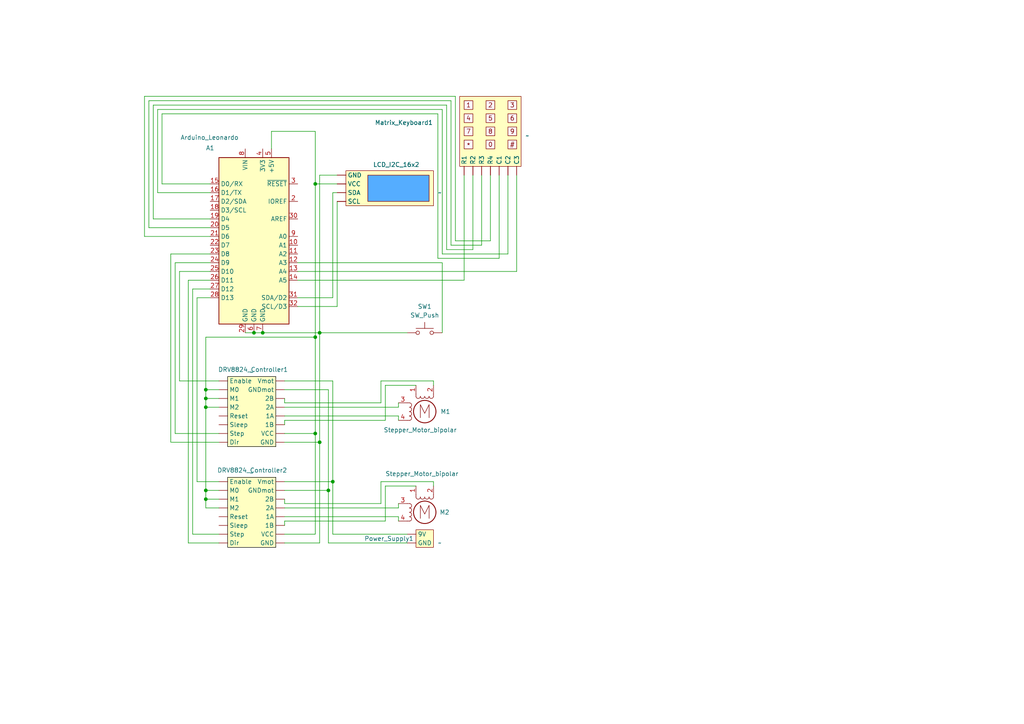
<source format=kicad_sch>
(kicad_sch (version 20250114) (generator "eeschema") (generator_version "9.0")
  (paper "A4")
  (lib_symbols
    (symbol "DRV8824_Controller_1"
      (property "Reference" "DRV8824_Controller" (at 2.286 8.128 0))
      (symbol "DRV8824_Controller_1_1_1"
        (rectangle (start -3.81 6.35) (end 10.16 -13.97) (stroke (width 0) (color 0 0 0 1)) (fill (type background)))
        (pin input line (at -6.35 5.08 0) (length 2.54) (name "Enable") (number ""))
        (pin input line (at -6.35 2.54 0) (length 2.54) (name "M0") (number ""))
        (pin input line (at -6.35 0 0) (length 2.54) (name "M1") (number ""))
        (pin input line (at -6.35 -2.54 0) (length 2.54) (name "M2") (number ""))
        (pin input line (at -6.35 -5.08 0) (length 2.54) (name "Reset") (number ""))
        (pin input line (at -6.35 -7.62 0) (length 2.54) (name "Sleep") (number ""))
        (pin input line (at -6.35 -10.16 0) (length 2.54) (name "Step") (number ""))
        (pin input line (at -6.35 -12.7 0) (length 2.54) (name "Dir") (number ""))
        (pin input line (at 12.7 5.08 180) (length 2.54) (name "Vmot") (number ""))
        (pin input line (at 12.7 2.54 180) (length 2.54) (name "GNDmot") (number ""))
        (pin output line (at 12.7 0 180) (length 2.54) (name "2B") (number ""))
        (pin output line (at 12.7 -2.54 180) (length 2.54) (name "2A") (number ""))
        (pin output line (at 12.7 -5.08 180) (length 2.54) (name "1A") (number ""))
        (pin output line (at 12.7 -7.62 180) (length 2.54) (name "1B") (number ""))
        (pin power_in line (at 12.7 -10.16 180) (length 2.54) (name "VCC") (number ""))
        (pin power_in line (at 12.7 -12.7 180) (length 2.54) (name "GND") (number ""))
      )
    )
    (symbol "MCU_Module:Arduino_Leonardo"
      (property "Reference" "A" (at -10.16 23.495 0))
      (property "Value" "Arduino_Leonardo" (at 5.08 -26.67 0))
      (symbol "Arduino_Leonardo_0_1"
        (rectangle (start -10.16 22.86) (end 10.16 -25.4) (stroke (width 0.254)) (fill (type background)))
      )
      (symbol "Arduino_Leonardo_1_1"
        (pin bidirectional line (at -12.7 15.24 0) (length 2.54) (name "D0/RX") (number "15"))
        (pin bidirectional line (at -12.7 12.7 0) (length 2.54) (name "D1/TX") (number "16"))
        (pin bidirectional line (at -12.7 10.16 0) (length 2.54) (name "D2/SDA") (number "17"))
        (pin bidirectional line (at -12.7 7.62 0) (length 2.54) (name "D3/SCL") (number "18"))
        (pin bidirectional line (at -12.7 5.08 0) (length 2.54) (name "D4") (number "19"))
        (pin bidirectional line (at -12.7 2.54 0) (length 2.54) (name "D5") (number "20"))
        (pin bidirectional line (at -12.7 0 0) (length 2.54) (name "D6") (number "21"))
        (pin bidirectional line (at -12.7 -2.54 0) (length 2.54) (name "D7") (number "22"))
        (pin bidirectional line (at -12.7 -5.08 0) (length 2.54) (name "D8") (number "23"))
        (pin bidirectional line (at -12.7 -7.62 0) (length 2.54) (name "D9") (number "24"))
        (pin bidirectional line (at -12.7 -10.16 0) (length 2.54) (name "D10") (number "25"))
        (pin bidirectional line (at -12.7 -12.7 0) (length 2.54) (name "D11") (number "26"))
        (pin bidirectional line (at -12.7 -15.24 0) (length 2.54) (name "D12") (number "27"))
        (pin bidirectional line (at -12.7 -17.78 0) (length 2.54) (name "D13") (number "28"))
        (pin no_connect line (at -10.16 -20.32 0) (length 2.54) (hide yes) (name "NC") (number "1"))
        (pin power_in line (at -2.54 25.4 270) (length 2.54) (name "VIN") (number "8"))
        (pin power_in line (at -2.54 -27.94 90) (length 2.54) (name "GND") (number "29"))
        (pin power_in line (at 0 -27.94 90) (length 2.54) (name "GND") (number "6"))
        (pin power_out line (at 2.54 25.4 270) (length 2.54) (name "3V3") (number "4"))
        (pin power_in line (at 2.54 -27.94 90) (length 2.54) (name "GND") (number "7"))
        (pin power_out line (at 5.08 25.4 270) (length 2.54) (name "+5V") (number "5"))
        (pin input line (at 12.7 15.24 180) (length 2.54) (name "~{RESET}") (number "3"))
        (pin output line (at 12.7 10.16 180) (length 2.54) (name "IOREF") (number "2"))
        (pin input line (at 12.7 5.08 180) (length 2.54) (name "AREF") (number "30"))
        (pin bidirectional line (at 12.7 0 180) (length 2.54) (name "A0") (number "9"))
        (pin bidirectional line (at 12.7 -2.54 180) (length 2.54) (name "A1") (number "10"))
        (pin bidirectional line (at 12.7 -5.08 180) (length 2.54) (name "A2") (number "11"))
        (pin bidirectional line (at 12.7 -7.62 180) (length 2.54) (name "A3") (number "12"))
        (pin bidirectional line (at 12.7 -10.16 180) (length 2.54) (name "A4") (number "13"))
        (pin bidirectional line (at 12.7 -12.7 180) (length 2.54) (name "A5") (number "14"))
        (pin bidirectional line (at 12.7 -17.78 180) (length 2.54) (name "SDA/D2") (number "31"))
        (pin bidirectional line (at 12.7 -20.32 180) (length 2.54) (name "SCL/D3") (number "32"))
      )
    )
    (symbol "MY_SYMBOLS:DRV8824_Controller"
      (property "Reference" "DRV8824_Controller" (at 2.286 8.128 0))
      (symbol "DRV8824_Controller_1_1"
        (rectangle (start -3.81 6.35) (end 10.16 -13.97) (stroke (width 0) (color 0 0 0 1)) (fill (type background)))
        (pin input line (at -6.35 5.08 0) (length 2.54) (name "Enable") (number ""))
        (pin input line (at -6.35 2.54 0) (length 2.54) (name "M0") (number ""))
        (pin input line (at -6.35 0 0) (length 2.54) (name "M1") (number ""))
        (pin input line (at -6.35 -2.54 0) (length 2.54) (name "M2") (number ""))
        (pin input line (at -6.35 -5.08 0) (length 2.54) (name "Reset") (number ""))
        (pin input line (at -6.35 -7.62 0) (length 2.54) (name "Sleep") (number ""))
        (pin input line (at -6.35 -10.16 0) (length 2.54) (name "Step") (number ""))
        (pin input line (at -6.35 -12.7 0) (length 2.54) (name "Dir") (number ""))
        (pin input line (at 12.7 5.08 180) (length 2.54) (name "Vmot") (number ""))
        (pin input line (at 12.7 2.54 180) (length 2.54) (name "GNDmot") (number ""))
        (pin output line (at 12.7 0 180) (length 2.54) (name "2B") (number ""))
        (pin output line (at 12.7 -2.54 180) (length 2.54) (name "2A") (number ""))
        (pin output line (at 12.7 -5.08 180) (length 2.54) (name "1A") (number ""))
        (pin output line (at 12.7 -7.62 180) (length 2.54) (name "1B") (number ""))
        (pin power_in line (at 12.7 -10.16 180) (length 2.54) (name "VCC") (number ""))
        (pin power_in line (at 12.7 -12.7 180) (length 2.54) (name "GND") (number ""))
      )
    )
    (symbol "MY_SYMBOLS:LCD_I2C"
      (property "Reference" "LCD_I2C_16x2" (at -4.826 5.334 0))
      (symbol "LCD_I2C_0_1"
        (rectangle (start 8.89 2.54) (end 8.89 2.54))
      )
      (symbol "LCD_I2C_1_1"
        (rectangle (start -11.43 2.54) (end 13.97 -7.62) (fill (type background)))
        (rectangle (start -5.08 1.27) (end 12.7 -6.35) (fill (type color) (color 85 173 255 1)))
        (pin power_in line (at -13.97 1.27 0) (length 2.54) (name "GND") (number ""))
        (pin power_in line (at -13.97 -1.27 0) (length 2.54) (name "VCC") (number ""))
        (pin bidirectional line (at -13.97 -3.81 0) (length 2.54) (name "SDA") (number ""))
        (pin bidirectional line (at -13.97 -6.35 0) (length 2.54) (name "SCL") (number ""))
      )
    )
    (symbol "MY_SYMBOLS:MatrixKeyboard"
      (property "Reference" "Matrix_Keyboard" (at -2.286 29.972 0))
      (symbol "MatrixKeyboard_1_1"
        (rectangle (start -10.16 26.67) (end 7.62 6.35) (fill (type background)))
        (rectangle (start -8.89 25.4) (end -6.35 22.86) (fill (type color) (color 250 248 255 1)))
        (rectangle (start -8.89 21.59) (end -6.35 19.05) (fill (type color) (color 250 248 255 1)))
        (rectangle (start -8.89 17.78) (end -6.35 15.24) (fill (type color) (color 250 248 255 1)))
        (rectangle (start -8.89 13.97) (end -6.35 11.43) (fill (type color) (color 250 248 255 1)))
        (rectangle (start -2.54 25.4) (end 0 22.86) (fill (type color) (color 250 248 255 1)))
        (rectangle (start -2.54 21.59) (end 0 19.05) (fill (type color) (color 250 248 255 1)))
        (rectangle (start -2.54 17.78) (end 0 15.24) (fill (type color) (color 250 248 255 1)))
        (rectangle (start -2.54 13.97) (end 0 11.43) (fill (type color) (color 250 248 255 1)))
        (rectangle (start 3.81 25.4) (end 6.35 22.86) (fill (type color) (color 250 248 255 1)))
        (rectangle (start 3.81 21.59) (end 6.35 19.05) (fill (type color) (color 250 248 255 1)))
        (rectangle (start 3.81 17.78) (end 6.35 15.24) (fill (type color) (color 250 248 255 1)))
        (rectangle (start 3.81 13.97) (end 6.35 11.43) (fill (type color) (color 250 248 255 1)))
        (text "1" (at -7.62 24.13 0) (effects (font (size 1.27 1.27))))
        (text "4" (at -7.62 20.32 0) (effects (font (size 1.27 1.27))))
        (text "7" (at -7.62 16.51 0) (effects (font (size 1.27 1.27))))
        (text "*" (at -7.62 12.446 0) (effects (font (size 1.27 1.27))))
        (text "2" (at -1.27 24.13 0) (effects (font (size 1.27 1.27))))
        (text "5" (at -1.27 20.32 0) (effects (font (size 1.27 1.27))))
        (text "8" (at -1.27 16.51 0) (effects (font (size 1.27 1.27))))
        (text "0" (at -1.27 12.7 0) (effects (font (size 1.27 1.27))))
        (text "3" (at 5.08 24.13 0) (effects (font (size 1.27 1.27))))
        (text "6" (at 5.08 20.32 0) (effects (font (size 1.27 1.27))))
        (text "9" (at 5.08 16.51 0) (effects (font (size 1.27 1.27))))
        (text "#" (at 5.08 12.7 0) (effects (font (size 1.27 1.27))))
        (pin bidirectional line (at -8.89 3.81 90) (length 2.54) (name "R1") (number ""))
        (pin bidirectional line (at -6.35 3.81 90) (length 2.54) (name "R2") (number ""))
        (pin bidirectional line (at -3.81 3.81 90) (length 2.54) (name "R3") (number ""))
        (pin bidirectional line (at -1.27 3.81 90) (length 2.54) (name "R4") (number ""))
        (pin bidirectional line (at 1.27 3.81 90) (length 2.54) (name "C1") (number ""))
        (pin bidirectional line (at 3.81 3.81 90) (length 2.54) (name "C2") (number ""))
        (pin bidirectional line (at 6.35 3.81 90) (length 2.54) (name "C3") (number ""))
      )
    )
    (symbol "MY_SYMBOLS:Power_Supply"
      (property "Reference" "Power_Supply" (at -1.27 0.508 0))
      (symbol "Power_Supply_1_1"
        (rectangle (start -3.81 -1.27) (end 1.27 -6.35) (fill (type background)))
        (pin power_out line (at -6.35 -2.54 0) (length 2.54) (name "9V") (number ""))
        (pin power_in line (at -6.35 -5.08 0) (length 2.54) (name "GND") (number ""))
      )
    )
    (symbol "Motor:Stepper_Motor_bipolar" (pin_names (offset 0) (hide yes))
      (property "Reference" "M" (at 3.81 2.54 0))
      (property "Value" "Stepper_Motor_bipolar" (at 3.81 1.27 0))
      (symbol "Stepper_Motor_bipolar_0_0"
        (polyline (pts (xy -1.27 -1.778) (xy -1.27 2.032) (xy 0 -0.508) (xy 1.27 2.032) (xy 1.27 -1.778)))
      )
      (symbol "Stepper_Motor_bipolar_0_1"
        (polyline (pts (xy -5.08 2.54) (xy -4.445 2.54)))
        (polyline (pts (xy -5.08 -2.54) (xy -4.445 -2.54)))
        (arc (start -4.445 2.54) (mid -3.8127 1.905) (end -4.445 1.27))
        (arc (start -4.445 1.27) (mid -3.8127 0.635) (end -4.445 0))
        (arc (start -4.445 0) (mid -3.8127 -0.635) (end -4.445 -1.27))
        (arc (start -4.445 -1.27) (mid -3.8127 -1.905) (end -4.445 -2.54))
        (polyline (pts (xy -2.54 5.08) (xy -2.54 4.445)))
        (arc (start -1.27 4.445) (mid -1.905 3.8127) (end -2.54 4.445))
        (arc (start 0 4.445) (mid -0.635 3.8127) (end -1.27 4.445))
        (circle (center 0 0) (radius 3.2512) (stroke (width 0.254)))
        (arc (start 1.27 4.445) (mid 0.635 3.8127) (end 0 4.445))
        (arc (start 2.54 4.445) (mid 1.905 3.8127) (end 1.27 4.445))
        (polyline (pts (xy 2.54 5.08) (xy 2.54 4.445)))
      )
      (symbol "Stepper_Motor_bipolar_1_1"
        (pin passive line (at -7.62 2.54 0) (length 2.54) (name "~") (number "3"))
        (pin passive line (at -7.62 -2.54 0) (length 2.54) (name "~") (number "4"))
        (pin passive line (at -2.54 7.62 270) (length 2.54) (name "~") (number "1"))
        (pin passive line (at 2.54 7.62 270) (length 2.54) (name "-") (number "2"))
      )
    )
    (symbol "Switch:SW_Push" (pin_numbers (hide yes)) (pin_names (offset 1.016) (hide yes))
      (property "Reference" "SW" (at 1.27 2.54 0))
      (property "Value" "SW_Push" (at 0 -1.524 0))
      (symbol "SW_Push_0_1"
        (circle (center -2.032 0) (radius 0.508))
        (polyline (pts (xy 0 1.27) (xy 0 3.048)))
        (circle (center 2.032 0) (radius 0.508))
        (polyline (pts (xy 2.54 1.27) (xy -2.54 1.27)))
        (pin passive line (at -5.08 0 0) (length 2.54) (name "1") (number "1"))
        (pin passive line (at 5.08 0 180) (length 2.54) (name "2") (number "2"))
      )
    )
  )
  (junction (at 76.2 96.52))
  (junction (at 92.71 96.52))
  (junction (at 59.69 118.11))
  (junction (at 59.69 142.24))
  (junction (at 95.25 142.24))
  (junction (at 91.44 53.34))
  (junction (at 91.44 125.73))
  (junction (at 91.44 97.79))
  (junction (at 73.66 96.52))
  (junction (at 92.71 128.27))
  (junction (at 59.69 115.57))
  (junction (at 96.52 139.7))
  (junction (at 59.69 144.78))
  (junction (at 59.69 113.03))
  (wire (pts (xy 60.96 63.5) (xy 44.45 63.5)))
  (wire (pts (xy 59.69 118.11) (xy 59.69 142.24)))
  (wire (pts (xy 82.55 115.57) (xy 82.55 116.84)))
  (wire (pts (xy 111.76 111.76) (xy 120.65 111.76)))
  (wire (pts (xy 91.44 97.79) (xy 91.44 125.73)))
  (wire (pts (xy 57.15 86.36) (xy 57.15 139.7)))
  (wire (pts (xy 82.55 120.65) (xy 115.57 120.65)))
  (wire (pts (xy 60.96 86.36) (xy 57.15 86.36)))
  (wire (pts (xy 82.55 125.73) (xy 91.44 125.73)))
  (wire (pts (xy 59.69 97.79) (xy 59.69 113.03)))
  (wire (pts (xy 49.53 128.27) (xy 63.5 128.27)))
  (wire (pts (xy 95.25 157.48) (xy 118.11 157.48)))
  (wire (pts (xy 125.73 110.49) (xy 125.73 111.76)))
  (wire (pts (xy 59.69 147.32) (xy 63.5 147.32)))
  (wire (pts (xy 59.69 115.57) (xy 63.5 115.57)))
  (wire (pts (xy 127 74.93) (xy 144.78 74.93)))
  (wire (pts (xy 110.49 139.7) (xy 110.49 146.05)))
  (wire (pts (xy 82.55 116.84) (xy 110.49 116.84)))
  (wire (pts (xy 52.07 110.49) (xy 63.5 110.49)))
  (wire (pts (xy 60.96 66.04) (xy 43.18 66.04)))
  (wire (pts (xy 82.55 139.7) (xy 96.52 139.7)))
  (wire (pts (xy 111.76 121.92) (xy 111.76 111.76)))
  (wire (pts (xy 82.55 121.92) (xy 111.76 121.92)))
  (wire (pts (xy 49.53 73.66) (xy 49.53 128.27)))
  (wire (pts (xy 125.73 139.7) (xy 110.49 139.7)))
  (wire (pts (xy 128.27 76.2) (xy 86.36 76.2)))
  (wire (pts (xy 96.52 86.36) (xy 86.36 86.36)))
  (wire (pts (xy 95.25 157.48) (xy 95.25 142.24)))
  (wire (pts (xy 59.69 115.57) (xy 59.69 118.11)))
  (wire (pts (xy 82.55 151.13) (xy 111.76 151.13)))
  (wire (pts (xy 95.25 142.24) (xy 95.25 113.03)))
  (wire (pts (xy 60.96 81.28) (xy 54.61 81.28)))
  (wire (pts (xy 59.69 144.78) (xy 63.5 144.78)))
  (wire (pts (xy 59.69 113.03) (xy 63.5 113.03)))
  (wire (pts (xy 142.24 50.8) (xy 142.24 69.85)))
  (wire (pts (xy 82.55 146.05) (xy 110.49 146.05)))
  (wire (pts (xy 60.96 53.34) (xy 46.99 53.34)))
  (wire (pts (xy 91.44 38.1) (xy 78.74 38.1)))
  (wire (pts (xy 54.61 81.28) (xy 54.61 157.48)))
  (wire (pts (xy 91.44 125.73) (xy 91.44 154.94)))
  (wire (pts (xy 82.55 110.49) (xy 96.52 110.49)))
  (wire (pts (xy 91.44 154.94) (xy 82.55 154.94)))
  (wire (pts (xy 43.18 66.04) (xy 43.18 29.21)))
  (wire (pts (xy 111.76 151.13) (xy 111.76 140.97)))
  (wire (pts (xy 60.96 78.74) (xy 52.07 78.74)))
  (wire (pts (xy 91.44 53.34) (xy 97.79 53.34)))
  (wire (pts (xy 130.81 29.21) (xy 130.81 71.12)))
  (wire (pts (xy 59.69 142.24) (xy 59.69 144.78)))
  (wire (pts (xy 110.49 116.84) (xy 110.49 110.49)))
  (wire (pts (xy 60.96 55.88) (xy 45.72 55.88)))
  (wire (pts (xy 128.27 73.66) (xy 147.32 73.66)))
  (wire (pts (xy 82.55 149.86) (xy 115.57 149.86)))
  (wire (pts (xy 91.44 53.34) (xy 91.44 97.79)))
  (wire (pts (xy 139.7 50.8) (xy 139.7 71.12)))
  (wire (pts (xy 41.91 68.58) (xy 60.96 68.58)))
  (wire (pts (xy 144.78 74.93) (xy 144.78 50.8)))
  (wire (pts (xy 92.71 128.27) (xy 92.71 157.48)))
  (wire (pts (xy 60.96 73.66) (xy 49.53 73.66)))
  (wire (pts (xy 129.54 72.39) (xy 137.16 72.39)))
  (wire (pts (xy 59.69 97.79) (xy 91.44 97.79)))
  (wire (pts (xy 92.71 157.48) (xy 82.55 157.48)))
  (wire (pts (xy 95.25 142.24) (xy 82.55 142.24)))
  (wire (pts (xy 73.66 96.52) (xy 76.2 96.52)))
  (wire (pts (xy 115.57 120.65) (xy 115.57 121.92)))
  (wire (pts (xy 52.07 78.74) (xy 52.07 110.49)))
  (wire (pts (xy 92.71 96.52) (xy 92.71 128.27)))
  (wire (pts (xy 111.76 140.97) (xy 120.65 140.97)))
  (wire (pts (xy 71.12 96.52) (xy 73.66 96.52)))
  (wire (pts (xy 110.49 110.49) (xy 125.73 110.49)))
  (wire (pts (xy 92.71 128.27) (xy 82.55 128.27)))
  (wire (pts (xy 76.2 96.52) (xy 92.71 96.52)))
  (wire (pts (xy 129.54 30.48) (xy 129.54 72.39)))
  (wire (pts (xy 92.71 50.8) (xy 92.71 96.52)))
  (wire (pts (xy 149.86 50.8) (xy 149.86 78.74)))
  (wire (pts (xy 46.99 53.34) (xy 46.99 33.02)))
  (wire (pts (xy 44.45 63.5) (xy 44.45 30.48)))
  (wire (pts (xy 60.96 83.82) (xy 55.88 83.82)))
  (wire (pts (xy 82.55 118.11) (xy 115.57 118.11)))
  (wire (pts (xy 128.27 31.75) (xy 128.27 73.66)))
  (wire (pts (xy 59.69 142.24) (xy 63.5 142.24)))
  (wire (pts (xy 82.55 152.4) (xy 82.55 151.13)))
  (wire (pts (xy 82.55 113.03) (xy 95.25 113.03)))
  (wire (pts (xy 45.72 31.75) (xy 128.27 31.75)))
  (wire (pts (xy 115.57 116.84) (xy 115.57 118.11)))
  (wire (pts (xy 41.91 27.94) (xy 132.08 27.94)))
  (wire (pts (xy 41.91 68.58) (xy 41.91 27.94)))
  (wire (pts (xy 137.16 72.39) (xy 137.16 50.8)))
  (wire (pts (xy 78.74 43.18) (xy 78.74 38.1)))
  (wire (pts (xy 97.79 88.9) (xy 86.36 88.9)))
  (wire (pts (xy 97.79 55.88) (xy 96.52 55.88)))
  (wire (pts (xy 96.52 55.88) (xy 96.52 86.36)))
  (wire (pts (xy 125.73 139.7) (xy 125.73 140.97)))
  (wire (pts (xy 127 33.02) (xy 127 74.93)))
  (wire (pts (xy 82.55 123.19) (xy 82.55 121.92)))
  (wire (pts (xy 130.81 71.12) (xy 139.7 71.12)))
  (wire (pts (xy 55.88 154.94) (xy 63.5 154.94)))
  (wire (pts (xy 59.69 118.11) (xy 63.5 118.11)))
  (wire (pts (xy 96.52 154.94) (xy 118.11 154.94)))
  (wire (pts (xy 91.44 38.1) (xy 91.44 53.34)))
  (wire (pts (xy 82.55 147.32) (xy 115.57 147.32)))
  (wire (pts (xy 115.57 149.86) (xy 115.57 151.13)))
  (wire (pts (xy 92.71 96.52) (xy 118.11 96.52)))
  (wire (pts (xy 50.8 125.73) (xy 63.5 125.73)))
  (wire (pts (xy 60.96 76.2) (xy 50.8 76.2)))
  (wire (pts (xy 132.08 69.85) (xy 142.24 69.85)))
  (wire (pts (xy 57.15 139.7) (xy 63.5 139.7)))
  (wire (pts (xy 43.18 29.21) (xy 130.81 29.21)))
  (wire (pts (xy 45.72 55.88) (xy 45.72 31.75)))
  (wire (pts (xy 128.27 96.52) (xy 128.27 76.2)))
  (wire (pts (xy 96.52 110.49) (xy 96.52 139.7)))
  (wire (pts (xy 59.69 113.03) (xy 59.69 115.57)))
  (wire (pts (xy 82.55 144.78) (xy 82.55 146.05)))
  (wire (pts (xy 147.32 73.66) (xy 147.32 50.8)))
  (wire (pts (xy 44.45 30.48) (xy 129.54 30.48)))
  (wire (pts (xy 59.69 144.78) (xy 59.69 147.32)))
  (wire (pts (xy 132.08 27.94) (xy 132.08 69.85)))
  (wire (pts (xy 134.62 81.28) (xy 86.36 81.28)))
  (wire (pts (xy 46.99 33.02) (xy 127 33.02)))
  (wire (pts (xy 96.52 139.7) (xy 96.52 154.94)))
  (wire (pts (xy 97.79 50.8) (xy 92.71 50.8)))
  (wire (pts (xy 54.61 157.48) (xy 63.5 157.48)))
  (wire (pts (xy 55.88 83.82) (xy 55.88 154.94)))
  (wire (pts (xy 97.79 58.42) (xy 97.79 88.9)))
  (wire (pts (xy 86.36 78.74) (xy 149.86 78.74)))
  (wire (pts (xy 134.62 50.8) (xy 134.62 81.28)))
  (wire (pts (xy 50.8 76.2) (xy 50.8 125.73)))
  (wire (pts (xy 115.57 146.05) (xy 115.57 147.32)))
  (symbol (lib_id "MCU_Module:Arduino_Leonardo") (at 73.66 68.58 0) (unit 1)
    (property "Reference" "A1" (at 59.69 42.926 0) (effects (justify left)))
    (property "Value" "Arduino_Leonardo" (at 52.324 39.878 0) (effects (justify left)))
    (property "Footprint" "Module:Arduino_UNO_R3" (effects (hide yes)))
    (property "Datasheet" "https://www.arduino.cc/en/Main/ArduinoBoardLeonardo" (effects (hide yes)))
    (property "Description" "Arduino LEONARDO Microcontroller Module" (effects (hide yes)))
  )
  (symbol (lib_id "MY_SYMBOLS:LCD_I2C") (at 111.76 52.07 0) (unit 1)
    (property "Reference" "LCD_I2C_16x2" (at 108.204 47.752 0) (effects (justify left)))
    (property "Value" "~" (at 127 55.88 0) (effects (justify left)))
  )
  (symbol (lib_id "MY_SYMBOLS:DRV8824_Controller") (at 69.85 115.57 0) (unit 1)
    (property "Reference" "DRV8824_Controller1" (at 73.406 107.188 0))
    (property "Value" "~" (at 73.025 107.95 0))
  )
  (symbol (lib_id "Switch:SW_Push") (at 123.19 96.52 0) (unit 1)
    (property "Reference" "SW1" (at 123.19 88.9 0))
    (property "Value" "SW_Push" (at 123.19 91.44 0))
    (property "Description" "Push button switch, generic, two pins" (effects (hide yes)))
  )
  (symbol (lib_id "MY_SYMBOLS:Power_Supply") (at 124.46 152.4 0) (unit 1)
    (property "Reference" "Power_Supply1" (at 105.664 156.21 0) (effects (justify left)))
    (property "Value" "~" (at 127 157.48 0) (effects (justify left)))
  )
  (symbol (lib_id "Motor:Stepper_Motor_bipolar") (at 123.19 148.59 0) (unit 1)
    (property "Reference" "M2" (at 127.508 148.59 0) (effects (justify left)))
    (property "Value" "Stepper_Motor_bipolar" (at 111.76 137.414 0) (effects (justify left)))
    (property "Datasheet" "http://www.infineon.com/dgdl/Application-Note-TLE8110EE_driving_UniPolarStepperMotor_V1.1.pdf?fileId=db3a30431be39b97011be5d0aa0a00b0" (effects (hide yes)))
    (property "Description" "4-wire bipolar stepper motor" (effects (hide yes)))
  )
  (symbol (lib_name "DRV8824_Controller_1") (lib_id "MY_SYMBOLS:DRV8824_Controller") (at 69.85 144.78 0) (unit 1)
    (property "Reference" "DRV8824_Controller2" (at 73.152 136.398 0))
    (property "Value" "~" (at 73.025 137.16 0))
  )
  (symbol (lib_id "MY_SYMBOLS:MatrixKeyboard") (at 143.51 54.61 0) (unit 1)
    (property "Reference" "Matrix_Keyboard1" (at 108.712 35.56 0) (effects (justify left)))
    (property "Value" "~" (at 152.4 39.37 0) (effects (justify left)))
  )
  (symbol (lib_id "Motor:Stepper_Motor_bipolar") (at 123.19 119.38 0) (unit 1)
    (property "Reference" "M1" (at 127.762 119.38 0) (effects (justify left)))
    (property "Value" "Stepper_Motor_bipolar" (at 111.252 124.714 0) (effects (justify left)))
    (property "Datasheet" "http://www.infineon.com/dgdl/Application-Note-TLE8110EE_driving_UniPolarStepperMotor_V1.1.pdf?fileId=db3a30431be39b97011be5d0aa0a00b0" (effects (hide yes)))
    (property "Description" "4-wire bipolar stepper motor" (effects (hide yes)))
  )
)
</source>
